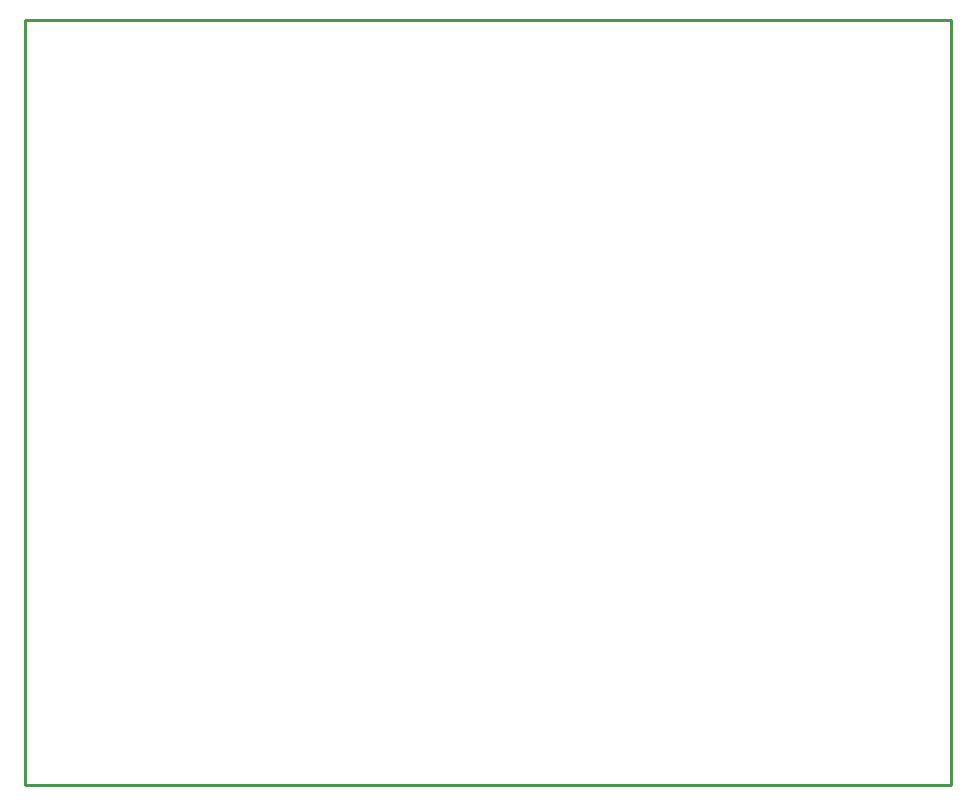
<source format=gbr>
G04 EAGLE Gerber RS-274X export*
G75*
%MOMM*%
%FSLAX34Y34*%
%LPD*%
%IN*%
%IPPOS*%
%AMOC8*
5,1,8,0,0,1.08239X$1,22.5*%
G01*
G04 Define Apertures*
%ADD10C,0.254000*%
D10*
X0Y152400D02*
X784100Y152400D01*
X784100Y800000D01*
X0Y800000D01*
X0Y152400D01*
M02*

</source>
